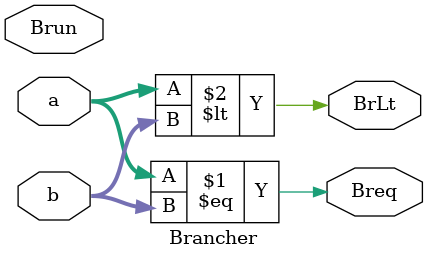
<source format=v>
module Brancher(input [31:0]a,b,
					input Brun,
					output Breq,BrLt
					);
assign Breq = (a==b);
assign BrLt = (a<b);
endmodule

</source>
